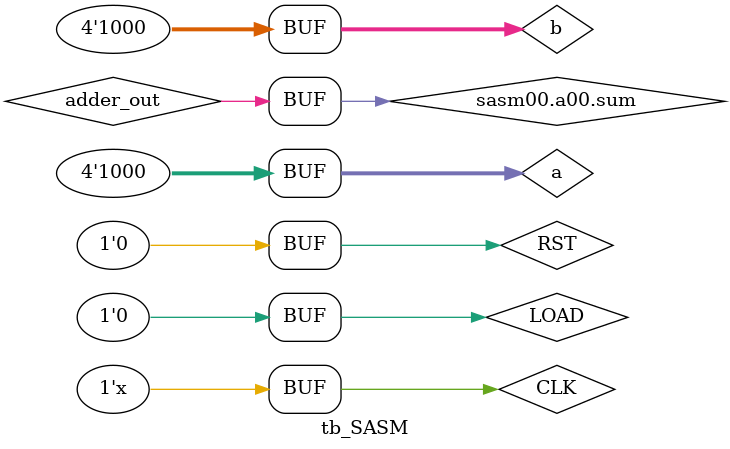
<source format=v>
`timescale 1ns / 1ns


module tb_SASM;
    parameter WL = 4;
    reg CLK,RST,LOAD;
    reg [WL-1:0] a,b;
    wire adder_out;
    
    sasm #(
        .WL(WL))
        sasm00(
            .clk(CLK),
            .rst(RST),
            .in1(a),
            .in2(b),
            .load(LOAD)
        );

  
    initial CLK = 1;
    initial RST = 1;
    initial LOAD = 0;
    initial a = 4'b1111; 
    initial b = 4'b1111;
    always #10 CLK = ~CLK;
    

    assign adder_out = sasm00.a00.sum;
    
    initial begin
    
        RST = 1'b0;
        #10 RST = 1'b1;
        #10 RST = 1'b0;
        #10 LOAD = 1'b1;
        #10 LOAD = 1'b0;

        #20 a <= 4'b1110; b <= 4'b0111;
        #20 a <= 4'b1011; b <= 4'b0101;
        #20 a <= 4'b1000; b <= 4'b1000;
    end

endmodule

</source>
